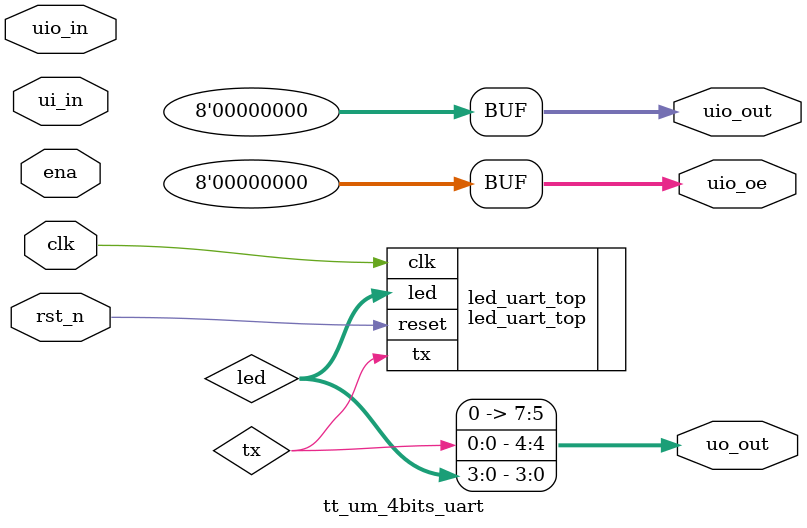
<source format=v>
/*
 * Copyright (c) 2024 Your Name
 * SPDX-License-Identifier: Apache-2.0
 */

`default_nettype none
`include "led_uart_top.v"

module tt_um_4bits_uart (
    input  wire [7:0] ui_in,    // Dedicated inputs
    output wire [7:0] uo_out,   // Dedicated outputs
    input  wire [7:0] uio_in,   // IOs: Input path
    output wire [7:0] uio_out,  // IOs: Output path
    output wire [7:0] uio_oe,   // IOs: Enable path (active high: 0=input, 1=output)
    input  wire       ena,      // always 1 when the design is powered, so you can ignore it
    input  wire       clk,      // clock
    input  wire       rst_n     // reset_n - low to reset
);

wire [3:0] led;
wire       tx; 

led_uart_top led_uart_top(
  .clk(clk),
  .reset(rst_n),
  .led(led[3:0]),
  .tx(tx)
);



  // All output pins must be assigned. If not used, assign to 0.
  assign uo_out [3:0] = led [3:0];
  assign uo_out [4]   = tx;
  assign uo_out [7:5] = 0;
  assign uio_out      = 0;
  assign uio_oe       = 0;

  // List all unused inputs to prevent warnings
  wire [14:0] unused;
  assign unused = &{ena, ui_in [7:0], uio_in[7:0]};

endmodule

</source>
